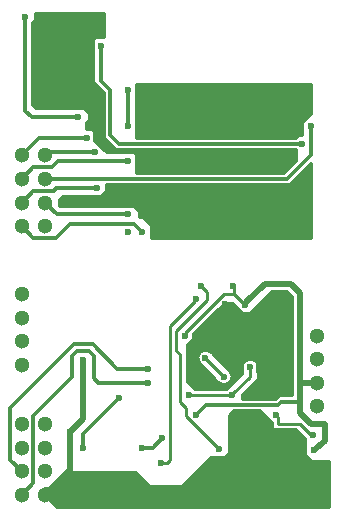
<source format=gbr>
%FSLAX34Y34*%
%MOMM*%
%LNCOPPER_BOTTOM*%
G71*
G01*
%ADD10C, 0.60*%
%ADD11C, 0.30*%
%ADD12C, 1.30*%
%ADD13C, 0.40*%
%ADD14C, 0.50*%
%ADD15C, 0.24*%
%LPD*%
X-204862Y181337D02*
G54D10*
D03*
X-34362Y98837D02*
G54D10*
D03*
G54D11*
X-204862Y181337D02*
X-204862Y151837D01*
X-196862Y143837D01*
X-196862Y105837D01*
X-189362Y98837D01*
X-34362Y98837D01*
X-271862Y28837D02*
G54D12*
D03*
X-271862Y48837D02*
G54D12*
D03*
X-271862Y68837D02*
G54D12*
D03*
X-271862Y88837D02*
G54D12*
D03*
X-204862Y195337D02*
G54D10*
D03*
X-268862Y205837D02*
G54D10*
D03*
X-224362Y121337D02*
G54D10*
D03*
G54D11*
X-224362Y121337D02*
X-263362Y121337D01*
X-268862Y126837D01*
X-268862Y205837D01*
X-255862Y132837D02*
G54D10*
D03*
X-34362Y143837D02*
G54D10*
D03*
X-34362Y68837D02*
G54D10*
D03*
X-181862Y23837D02*
G54D10*
D03*
X-251862Y28837D02*
G54D12*
D03*
X-251862Y48837D02*
G54D12*
D03*
X-251862Y68837D02*
G54D12*
D03*
X-251862Y88837D02*
G54D12*
D03*
G54D11*
X-251862Y68837D02*
X-46862Y68837D01*
X-26862Y88837D01*
X-26862Y113837D01*
X-26862Y113837D02*
G54D10*
D03*
X-181862Y143837D02*
G54D10*
D03*
G54D11*
X-181862Y143837D02*
X-181862Y113837D01*
X-181862Y113837D02*
G54D10*
D03*
X-181862Y83837D02*
G54D10*
D03*
G54D11*
X-181862Y83837D02*
X-240862Y83837D01*
X-245862Y78837D01*
X-261862Y78837D01*
X-271862Y68837D01*
X-216862Y103837D02*
G54D10*
D03*
X-209362Y91337D02*
G54D10*
D03*
X-208362Y61337D02*
G54D10*
D03*
G54D11*
X-208362Y61337D02*
X-242362Y61337D01*
X-244862Y58837D01*
X-261862Y58837D01*
X-271862Y48837D01*
G54D11*
X-209362Y91337D02*
X-249362Y91337D01*
X-251862Y88837D01*
G54D11*
X-216862Y103837D02*
X-256862Y103837D01*
X-271862Y88837D01*
X-181862Y38837D02*
G54D10*
D03*
X-169862Y23837D02*
G54D10*
D03*
G54D11*
X-169862Y23837D02*
X-176862Y30837D01*
X-230862Y30837D01*
X-242862Y18837D01*
X-261862Y18837D01*
X-271862Y28837D01*
G54D11*
X-181862Y38837D02*
X-241862Y38837D01*
X-251862Y48837D01*
G36*
X-261862Y131337D02*
X-259362Y128837D01*
X-219362Y128837D01*
X-214362Y123837D01*
X-214362Y118837D01*
X-216862Y116337D01*
X-216862Y111337D01*
X-211862Y111337D01*
X-209362Y108837D01*
X-209362Y101337D01*
X-199362Y91337D01*
X-194362Y91337D01*
X-191862Y93837D01*
X-201862Y103837D01*
X-201862Y141337D01*
X-211862Y151337D01*
X-211862Y186337D01*
X-209362Y188837D01*
X-201862Y188837D01*
X-201862Y208837D01*
X-259362Y208837D01*
X-259362Y203837D01*
X-261862Y201337D01*
X-261862Y131337D01*
G37*
G54D11*
X-261862Y131337D02*
X-259362Y128837D01*
X-219362Y128837D01*
X-214362Y123837D01*
X-214362Y118837D01*
X-216862Y116337D01*
X-216862Y111337D01*
X-211862Y111337D01*
X-209362Y108837D01*
X-209362Y101337D01*
X-199362Y91337D01*
X-194362Y91337D01*
X-191862Y93837D01*
X-201862Y103837D01*
X-201862Y141337D01*
X-211862Y151337D01*
X-211862Y186337D01*
X-209362Y188837D01*
X-201862Y188837D01*
X-201862Y208837D01*
X-259362Y208837D01*
X-259362Y203837D01*
X-261862Y201337D01*
X-261862Y131337D01*
G36*
X-26862Y148837D02*
X-174362Y148837D01*
X-174362Y103837D01*
X-39362Y103837D01*
X-36862Y106337D01*
X-34362Y106337D01*
X-34362Y116337D01*
X-26862Y123837D01*
X-26862Y148837D01*
G37*
G54D11*
X-26862Y148837D02*
X-174362Y148837D01*
X-174362Y103837D01*
X-39362Y103837D01*
X-36862Y106337D01*
X-34362Y106337D01*
X-34362Y116337D01*
X-26862Y123837D01*
X-26862Y148837D01*
G36*
X-174362Y93837D02*
X-174362Y73837D01*
X-49362Y73837D01*
X-39362Y83837D01*
X-39362Y93837D01*
X-174362Y93837D01*
G37*
G54D11*
X-174362Y93837D02*
X-174362Y73837D01*
X-49362Y73837D01*
X-39362Y83837D01*
X-39362Y93837D01*
X-174362Y93837D01*
G36*
X-26862Y81337D02*
X-44362Y63837D01*
X-199362Y63837D01*
X-199362Y58837D01*
X-204362Y53837D01*
X-236862Y53837D01*
X-239362Y51337D01*
X-239362Y46337D01*
X-176862Y46337D01*
X-171862Y41337D01*
X-171862Y36337D01*
X-169362Y36337D01*
X-161862Y28837D01*
X-161862Y18837D01*
X-26862Y18837D01*
X-26862Y81337D01*
G37*
G54D11*
X-26862Y81337D02*
X-44362Y63837D01*
X-199362Y63837D01*
X-199362Y58837D01*
X-204362Y53837D01*
X-236862Y53837D01*
X-239362Y51337D01*
X-239362Y46337D01*
X-176862Y46337D01*
X-171862Y41337D01*
X-171862Y36337D01*
X-169362Y36337D01*
X-161862Y28837D01*
X-161862Y18837D01*
X-26862Y18837D01*
X-26862Y81337D01*
G36*
X-194362Y93837D02*
X-174362Y93837D01*
X-174362Y88837D01*
X-176862Y91337D01*
X-199362Y91337D01*
X-196862Y91337D01*
X-194362Y93837D01*
G37*
G54D11*
X-194362Y93837D02*
X-174362Y93837D01*
X-174362Y88837D01*
X-176862Y91337D01*
X-199362Y91337D01*
X-196862Y91337D01*
X-194362Y93837D01*
X-159862Y86337D02*
G54D10*
D03*
X-159862Y111337D02*
G54D10*
D03*
X-271862Y-198663D02*
G54D12*
D03*
X-271862Y-178663D02*
G54D12*
D03*
X-271862Y-158663D02*
G54D12*
D03*
X-271862Y-138663D02*
G54D12*
D03*
X-251862Y-198663D02*
G54D12*
D03*
X-251862Y-178663D02*
G54D12*
D03*
X-251862Y-158663D02*
G54D12*
D03*
X-251862Y-138663D02*
G54D12*
D03*
X-44862Y-157663D02*
G54D13*
D03*
X-39862Y-157663D02*
G54D13*
D03*
X-49862Y-157663D02*
G54D13*
D03*
X-44862Y-152663D02*
G54D13*
D03*
X-39862Y-152663D02*
G54D13*
D03*
X-49862Y-152663D02*
G54D13*
D03*
X-44862Y-147663D02*
G54D13*
D03*
X-39862Y-147663D02*
G54D13*
D03*
X-49862Y-147663D02*
G54D13*
D03*
X-44862Y-162663D02*
G54D13*
D03*
X-39862Y-162663D02*
G54D13*
D03*
X-49862Y-162663D02*
G54D13*
D03*
X-44862Y-167663D02*
G54D13*
D03*
X-39862Y-167663D02*
G54D13*
D03*
X-49862Y-167663D02*
G54D13*
D03*
X-92362Y-65664D02*
G54D13*
D03*
X-92362Y-71664D02*
G54D13*
D03*
X-92362Y-59664D02*
G54D13*
D03*
X-103862Y-65664D02*
G54D13*
D03*
X-103862Y-71664D02*
G54D13*
D03*
X-103862Y-59664D02*
G54D13*
D03*
X-80862Y-65664D02*
G54D13*
D03*
X-80862Y-71664D02*
G54D13*
D03*
X-80862Y-59664D02*
G54D13*
D03*
X-21862Y-63663D02*
G54D12*
D03*
X-21862Y-83663D02*
G54D12*
D03*
X-82362Y-38164D02*
G54D10*
D03*
X-21862Y-103663D02*
G54D12*
D03*
X-21862Y-123663D02*
G54D12*
D03*
G54D14*
X-82362Y-38164D02*
X-81862Y-35663D01*
X-65862Y-19663D01*
X-43862Y-19663D01*
X-35862Y-27663D01*
X-35862Y-103663D01*
X-21862Y-103663D01*
X-78362Y-90164D02*
G54D10*
D03*
X-133862Y-63663D02*
G54D10*
D03*
G54D15*
X-133862Y-63663D02*
X-133862Y-61663D01*
X-100862Y-28663D01*
X-91861Y-28663D01*
X-82362Y-38164D01*
X-121862Y-106663D02*
G54D10*
D03*
X-130362Y-114164D02*
G54D10*
D03*
G54D15*
X-130362Y-114164D02*
X-93362Y-114164D01*
X-92862Y-112663D01*
X-78862Y-98663D01*
X-78862Y-92663D01*
X-78362Y-90164D01*
X-93362Y-114164D02*
G54D10*
D03*
X-60362Y-114164D02*
G54D10*
D03*
G54D14*
X-60362Y-114164D02*
X-60362Y-92164D01*
X-80862Y-71664D01*
X-24362Y-160164D02*
G54D10*
D03*
G54D14*
X-24362Y-160164D02*
X-14862Y-152663D01*
X-14862Y-138663D01*
X-26862Y-138663D01*
X-35862Y-129663D01*
X-35862Y-103663D01*
X-21862Y-103663D01*
X-17362Y-187164D02*
G54D10*
D03*
G54D14*
X-17362Y-187164D02*
X-44360Y-187164D01*
X-44862Y-186663D01*
X-44862Y-157663D01*
X-24862Y-147663D02*
G54D10*
D03*
G54D15*
X-24862Y-147663D02*
X-26862Y-147663D01*
X-35862Y-138663D01*
X-54862Y-138663D01*
X-54862Y-133663D01*
X-56862Y-130663D01*
X-56862Y-130663D02*
G54D10*
D03*
X-69862Y-138663D02*
G54D10*
D03*
G54D14*
X-69862Y-138663D02*
X-69862Y-146663D01*
X-58862Y-157663D01*
X-44862Y-157663D01*
G54D14*
X-44862Y-157663D02*
X-44862Y-192663D01*
X-50862Y-198663D01*
X-251862Y-198663D01*
X-120362Y-21663D02*
G54D10*
D03*
G54D15*
X-120362Y-21663D02*
X-114862Y-27163D01*
X-114862Y-33663D01*
X-140862Y-59663D01*
X-140862Y-76663D01*
X-137862Y-79663D01*
X-137862Y-119663D01*
X-132862Y-124663D01*
X-132862Y-131663D01*
X-104862Y-159663D01*
X-104862Y-159663D02*
G54D10*
D03*
X-123862Y-32663D02*
G54D10*
D03*
G54D15*
X-123862Y-32663D02*
X-124862Y-34663D01*
X-145862Y-55663D01*
X-145862Y-168663D01*
X-148862Y-171663D01*
X-153862Y-171663D01*
X-194862Y-184663D02*
G54D10*
D03*
G54D14*
X-194862Y-184663D02*
X-194862Y-198663D01*
X-219862Y-158663D02*
G54D10*
D03*
X-169862Y-158663D02*
G54D10*
D03*
G54D11*
X-21862Y-103663D02*
X-35862Y-103663D01*
X-35862Y-118163D01*
X-37362Y-119663D01*
X-51862Y-119663D01*
X-54862Y-122663D01*
X-115862Y-122663D01*
X-123862Y-130663D01*
X-123862Y-130663D02*
G54D10*
D03*
X-152862Y-150663D02*
G54D10*
D03*
G54D11*
X-169862Y-158663D02*
X-160862Y-158663D01*
X-152862Y-150663D01*
X-271862Y-88663D02*
G54D12*
D03*
X-271862Y-68663D02*
G54D12*
D03*
X-271862Y-48663D02*
G54D12*
D03*
X-271862Y-28663D02*
G54D12*
D03*
X-189862Y-116663D02*
G54D10*
D03*
G54D11*
X-219862Y-158663D02*
X-219862Y-146663D01*
X-189862Y-116663D01*
X-219862Y-90663D02*
G54D10*
D03*
X-219862Y-84663D02*
G54D10*
D03*
X-219862Y-96663D02*
G54D10*
D03*
G36*
X-99862Y-36663D02*
X-125862Y-62663D01*
X-125862Y-66663D01*
X-130862Y-71663D01*
X-130862Y-102663D01*
X-124862Y-108663D01*
X-97862Y-108663D01*
X-90487Y-101203D01*
X-96043Y-105172D01*
X-101362Y-107163D01*
X-105284Y-103644D01*
X-121184Y-87344D01*
X-123031Y-85725D01*
X-124362Y-82663D01*
X-123428Y-80963D01*
X-122634Y-78582D01*
X-120650Y-76597D01*
X-118268Y-75406D01*
X-115490Y-75010D01*
X-112712Y-75803D01*
X-95384Y-93744D01*
X-92868Y-96441D01*
X-90487Y-101203D01*
X-85338Y-96064D01*
X-85334Y-90194D01*
X-85068Y-84663D01*
X-81671Y-82060D01*
X-74862Y-82164D01*
X-71656Y-85060D01*
X-71334Y-90194D01*
X-71328Y-100113D01*
X-84862Y-113663D01*
X-84862Y-117663D01*
X-56862Y-117663D01*
X-52862Y-113663D01*
X-42862Y-113663D01*
X-42862Y-30663D01*
X-46862Y-26663D01*
X-59862Y-26663D01*
X-78862Y-45663D01*
X-84862Y-45663D01*
X-92862Y-36663D01*
X-99862Y-36663D01*
G37*
G54D11*
X-99862Y-36663D02*
X-125862Y-62663D01*
X-125862Y-66663D01*
X-130862Y-71663D01*
X-130862Y-102663D01*
X-124862Y-108663D01*
X-97862Y-108663D01*
X-90487Y-101203D01*
X-96043Y-105172D01*
X-101362Y-107163D01*
X-105284Y-103644D01*
X-121184Y-87344D01*
X-123031Y-85725D01*
X-124362Y-82663D01*
X-123428Y-80963D01*
X-122634Y-78582D01*
X-120650Y-76597D01*
X-118268Y-75406D01*
X-115490Y-75010D01*
X-112712Y-75803D01*
X-95384Y-93744D01*
X-92868Y-96441D01*
X-90487Y-101203D01*
X-85338Y-96064D01*
X-85334Y-90194D01*
X-85068Y-84663D01*
X-81671Y-82060D01*
X-74862Y-82164D01*
X-71656Y-85060D01*
X-71334Y-90194D01*
X-71328Y-100113D01*
X-84862Y-113663D01*
X-84862Y-117663D01*
X-56862Y-117663D01*
X-52862Y-113663D01*
X-42862Y-113663D01*
X-42862Y-30663D01*
X-46862Y-26663D01*
X-59862Y-26663D01*
X-78862Y-45663D01*
X-84862Y-45663D01*
X-92862Y-36663D01*
X-99862Y-36663D01*
G36*
X-58862Y-143663D02*
X-39862Y-143663D01*
X-31862Y-151663D01*
X-31862Y-164663D01*
X-25862Y-170663D01*
X-11862Y-170663D01*
X-11862Y-208663D01*
X-241862Y-208663D01*
X-251862Y-198663D01*
X-251862Y-193663D01*
X-246862Y-193663D01*
X-232862Y-179663D01*
X-174862Y-179663D01*
X-162862Y-191663D01*
X-135862Y-191663D01*
X-111862Y-167663D01*
X-99862Y-167663D01*
X-95862Y-163663D01*
X-95862Y-131663D01*
X-91862Y-127663D01*
X-69862Y-127663D01*
X-59862Y-137663D01*
X-59862Y-142663D01*
X-58862Y-143663D01*
G37*
G54D11*
X-58862Y-143663D02*
X-39862Y-143663D01*
X-31862Y-151663D01*
X-31862Y-164663D01*
X-25862Y-170663D01*
X-11862Y-170663D01*
X-11862Y-208663D01*
X-241862Y-208663D01*
X-251862Y-198663D01*
X-251862Y-193663D01*
X-246862Y-193663D01*
X-232862Y-179663D01*
X-174862Y-179663D01*
X-162862Y-191663D01*
X-135862Y-191663D01*
X-111862Y-167663D01*
X-99862Y-167663D01*
X-95862Y-163663D01*
X-95862Y-131663D01*
X-91862Y-127663D01*
X-69862Y-127663D01*
X-59862Y-137663D01*
X-59862Y-142663D01*
X-58862Y-143663D01*
X-153862Y-171663D02*
G54D10*
D03*
G54D14*
X-219862Y-84663D02*
X-219862Y-96663D01*
X-219862Y-134663D01*
X-230862Y-145663D01*
X-230862Y-177663D01*
X-251862Y-198663D01*
X-164862Y-103663D02*
G54D10*
D03*
X-164862Y-91663D02*
G54D10*
D03*
G54D11*
X-164862Y-103663D02*
X-206862Y-103663D01*
X-210862Y-99663D01*
X-210862Y-80663D01*
X-214862Y-76663D01*
X-224862Y-76663D01*
X-228862Y-80663D01*
X-228862Y-98663D01*
X-261862Y-131663D01*
X-261862Y-188663D01*
X-271862Y-198663D01*
G54D11*
X-164862Y-91663D02*
X-190862Y-91663D01*
X-211862Y-70663D01*
X-227862Y-70663D01*
X-281862Y-124663D01*
X-281862Y-168663D01*
X-271862Y-178663D01*
X-230862Y-145663D02*
G54D10*
D03*
X-255862Y185337D02*
G54D10*
D03*
X-58862Y-38664D02*
G54D10*
D03*
X-92862Y-21663D02*
G54D10*
D03*
G54D15*
X-92862Y-21663D02*
X-91862Y-22663D01*
X-91861Y-28663D01*
X-99862Y-36663D02*
G54D10*
D03*
X-100362Y-98663D02*
G54D10*
D03*
X-116237Y-82391D02*
G54D10*
D03*
G54D15*
X-116237Y-82391D02*
X-100362Y-98663D01*
G54D11*
G75*
G01X-105284Y-103644D02*
G03X-95384Y-93744I4950J4950D01*
G01*
G54D11*
G75*
G01X-111284Y-77444D02*
G03X-121184Y-87344I-4950J-4950D01*
G01*
G54D11*
G75*
G01X-71334Y-90194D02*
G03X-85334Y-90194I-7000J0D01*
G01*
M02*

</source>
